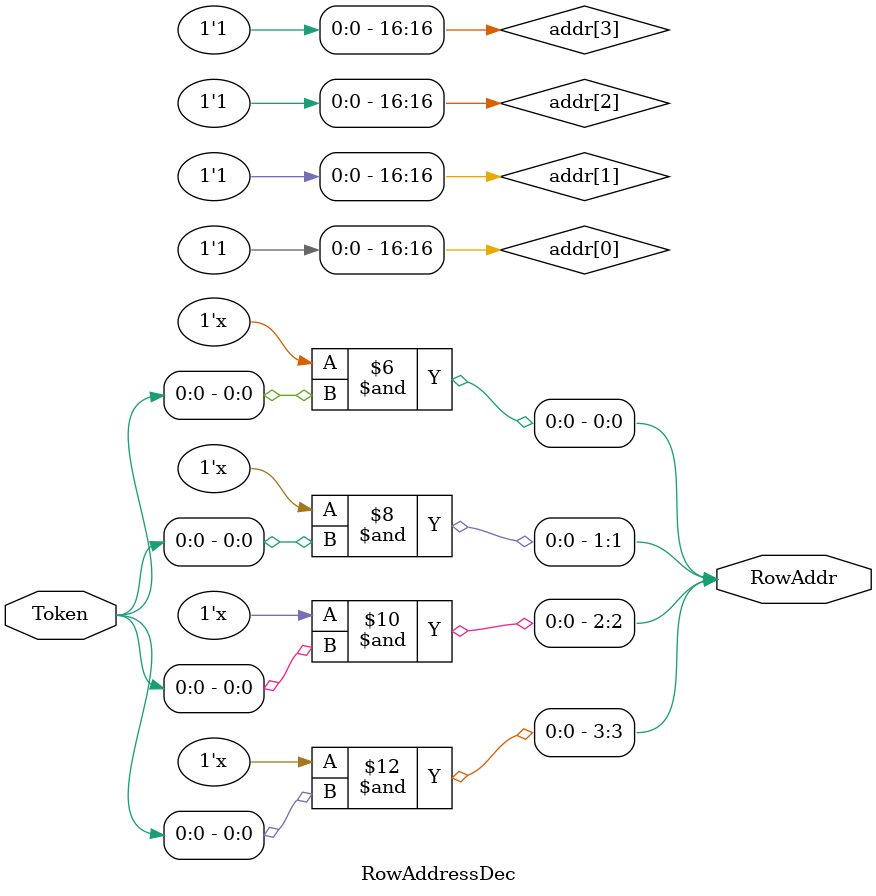
<source format=v>

`ifndef ROW_ADDRESS_DEC
`define ROW_ADDRESS_DEC

module RowAddressDec(input wire [0:15] Token, 
                       output wire [3:0] RowAddr);


wire [16:0] addr [3:0];

generate
    genvar k;
    for (k=0; k<16; k=k+1)
    begin: address_gen
        assign addr[0][k] = !(addr[0][k+1] & Token[k]);
        if(k%2==0)
            assign addr[1][k] = !(addr[1][k+2] & Token[k]);
        if(k%4==0)
            assign addr[2][k] = !(addr[2][k+4] & Token[k]);
        if(k%8==0)
            assign addr[3][k] = !(addr[3][k+8] & Token[k]);
    end 
endgenerate
    
assign addr[0][16] = 1;
assign addr[1][16] = 1;
assign addr[2][16] = 1;
assign addr[3][16] = 1;
    
assign RowAddr[0] = !addr[0][0];
assign RowAddr[1] = !addr[1][0];
assign RowAddr[2] = !addr[2][0];
assign RowAddr[3] = !addr[3][0];

endmodule 


`endif


</source>
